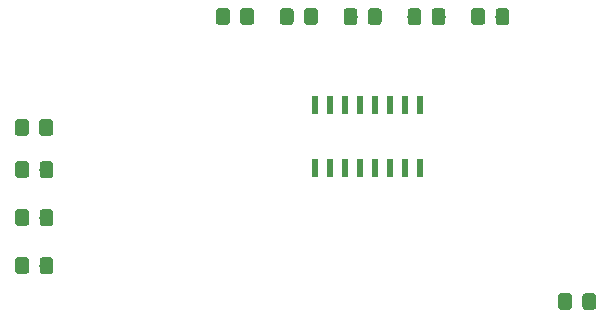
<source format=gbr>
G04 #@! TF.GenerationSoftware,KiCad,Pcbnew,(5.0.1-3-g963ef8bb5)*
G04 #@! TF.CreationDate,2019-04-05T16:02:28+08:00*
G04 #@! TF.ProjectId,cactus,6361637475732E6B696361645F706362,rev?*
G04 #@! TF.SameCoordinates,Original*
G04 #@! TF.FileFunction,Paste,Bot*
G04 #@! TF.FilePolarity,Positive*
%FSLAX46Y46*%
G04 Gerber Fmt 4.6, Leading zero omitted, Abs format (unit mm)*
G04 Created by KiCad (PCBNEW (5.0.1-3-g963ef8bb5)) date 2019 April 05, Friday 16:02:28*
%MOMM*%
%LPD*%
G01*
G04 APERTURE LIST*
%ADD10R,0.600000X1.500000*%
%ADD11C,0.100000*%
%ADD12C,1.150000*%
G04 APERTURE END LIST*
D10*
G04 #@! TO.C,U3*
X153797000Y-64356000D03*
X155067000Y-64356000D03*
X156337000Y-64356000D03*
X157607000Y-64356000D03*
X158877000Y-64356000D03*
X160147000Y-64356000D03*
X161417000Y-64356000D03*
X162687000Y-64356000D03*
X162687000Y-69756000D03*
X161417000Y-69756000D03*
X160147000Y-69756000D03*
X158877000Y-69756000D03*
X157607000Y-69756000D03*
X156337000Y-69756000D03*
X155067000Y-69756000D03*
X153797000Y-69756000D03*
G04 #@! TD*
D11*
G04 #@! TO.C,C1*
G36*
X131413505Y-65595204D02*
X131437773Y-65598804D01*
X131461572Y-65604765D01*
X131484671Y-65613030D01*
X131506850Y-65623520D01*
X131527893Y-65636132D01*
X131547599Y-65650747D01*
X131565777Y-65667223D01*
X131582253Y-65685401D01*
X131596868Y-65705107D01*
X131609480Y-65726150D01*
X131619970Y-65748329D01*
X131628235Y-65771428D01*
X131634196Y-65795227D01*
X131637796Y-65819495D01*
X131639000Y-65843999D01*
X131639000Y-66744001D01*
X131637796Y-66768505D01*
X131634196Y-66792773D01*
X131628235Y-66816572D01*
X131619970Y-66839671D01*
X131609480Y-66861850D01*
X131596868Y-66882893D01*
X131582253Y-66902599D01*
X131565777Y-66920777D01*
X131547599Y-66937253D01*
X131527893Y-66951868D01*
X131506850Y-66964480D01*
X131484671Y-66974970D01*
X131461572Y-66983235D01*
X131437773Y-66989196D01*
X131413505Y-66992796D01*
X131389001Y-66994000D01*
X130738999Y-66994000D01*
X130714495Y-66992796D01*
X130690227Y-66989196D01*
X130666428Y-66983235D01*
X130643329Y-66974970D01*
X130621150Y-66964480D01*
X130600107Y-66951868D01*
X130580401Y-66937253D01*
X130562223Y-66920777D01*
X130545747Y-66902599D01*
X130531132Y-66882893D01*
X130518520Y-66861850D01*
X130508030Y-66839671D01*
X130499765Y-66816572D01*
X130493804Y-66792773D01*
X130490204Y-66768505D01*
X130489000Y-66744001D01*
X130489000Y-65843999D01*
X130490204Y-65819495D01*
X130493804Y-65795227D01*
X130499765Y-65771428D01*
X130508030Y-65748329D01*
X130518520Y-65726150D01*
X130531132Y-65705107D01*
X130545747Y-65685401D01*
X130562223Y-65667223D01*
X130580401Y-65650747D01*
X130600107Y-65636132D01*
X130621150Y-65623520D01*
X130643329Y-65613030D01*
X130666428Y-65604765D01*
X130690227Y-65598804D01*
X130714495Y-65595204D01*
X130738999Y-65594000D01*
X131389001Y-65594000D01*
X131413505Y-65595204D01*
X131413505Y-65595204D01*
G37*
D12*
X131064000Y-66294000D03*
D11*
G36*
X129363505Y-65595204D02*
X129387773Y-65598804D01*
X129411572Y-65604765D01*
X129434671Y-65613030D01*
X129456850Y-65623520D01*
X129477893Y-65636132D01*
X129497599Y-65650747D01*
X129515777Y-65667223D01*
X129532253Y-65685401D01*
X129546868Y-65705107D01*
X129559480Y-65726150D01*
X129569970Y-65748329D01*
X129578235Y-65771428D01*
X129584196Y-65795227D01*
X129587796Y-65819495D01*
X129589000Y-65843999D01*
X129589000Y-66744001D01*
X129587796Y-66768505D01*
X129584196Y-66792773D01*
X129578235Y-66816572D01*
X129569970Y-66839671D01*
X129559480Y-66861850D01*
X129546868Y-66882893D01*
X129532253Y-66902599D01*
X129515777Y-66920777D01*
X129497599Y-66937253D01*
X129477893Y-66951868D01*
X129456850Y-66964480D01*
X129434671Y-66974970D01*
X129411572Y-66983235D01*
X129387773Y-66989196D01*
X129363505Y-66992796D01*
X129339001Y-66994000D01*
X128688999Y-66994000D01*
X128664495Y-66992796D01*
X128640227Y-66989196D01*
X128616428Y-66983235D01*
X128593329Y-66974970D01*
X128571150Y-66964480D01*
X128550107Y-66951868D01*
X128530401Y-66937253D01*
X128512223Y-66920777D01*
X128495747Y-66902599D01*
X128481132Y-66882893D01*
X128468520Y-66861850D01*
X128458030Y-66839671D01*
X128449765Y-66816572D01*
X128443804Y-66792773D01*
X128440204Y-66768505D01*
X128439000Y-66744001D01*
X128439000Y-65843999D01*
X128440204Y-65819495D01*
X128443804Y-65795227D01*
X128449765Y-65771428D01*
X128458030Y-65748329D01*
X128468520Y-65726150D01*
X128481132Y-65705107D01*
X128495747Y-65685401D01*
X128512223Y-65667223D01*
X128530401Y-65650747D01*
X128550107Y-65636132D01*
X128571150Y-65623520D01*
X128593329Y-65613030D01*
X128616428Y-65604765D01*
X128640227Y-65598804D01*
X128664495Y-65595204D01*
X128688999Y-65594000D01*
X129339001Y-65594000D01*
X129363505Y-65595204D01*
X129363505Y-65595204D01*
G37*
D12*
X129014000Y-66294000D03*
G04 #@! TD*
D11*
G04 #@! TO.C,R1*
G36*
X146381505Y-56197204D02*
X146405773Y-56200804D01*
X146429572Y-56206765D01*
X146452671Y-56215030D01*
X146474850Y-56225520D01*
X146495893Y-56238132D01*
X146515599Y-56252747D01*
X146533777Y-56269223D01*
X146550253Y-56287401D01*
X146564868Y-56307107D01*
X146577480Y-56328150D01*
X146587970Y-56350329D01*
X146596235Y-56373428D01*
X146602196Y-56397227D01*
X146605796Y-56421495D01*
X146607000Y-56445999D01*
X146607000Y-57346001D01*
X146605796Y-57370505D01*
X146602196Y-57394773D01*
X146596235Y-57418572D01*
X146587970Y-57441671D01*
X146577480Y-57463850D01*
X146564868Y-57484893D01*
X146550253Y-57504599D01*
X146533777Y-57522777D01*
X146515599Y-57539253D01*
X146495893Y-57553868D01*
X146474850Y-57566480D01*
X146452671Y-57576970D01*
X146429572Y-57585235D01*
X146405773Y-57591196D01*
X146381505Y-57594796D01*
X146357001Y-57596000D01*
X145706999Y-57596000D01*
X145682495Y-57594796D01*
X145658227Y-57591196D01*
X145634428Y-57585235D01*
X145611329Y-57576970D01*
X145589150Y-57566480D01*
X145568107Y-57553868D01*
X145548401Y-57539253D01*
X145530223Y-57522777D01*
X145513747Y-57504599D01*
X145499132Y-57484893D01*
X145486520Y-57463850D01*
X145476030Y-57441671D01*
X145467765Y-57418572D01*
X145461804Y-57394773D01*
X145458204Y-57370505D01*
X145457000Y-57346001D01*
X145457000Y-56445999D01*
X145458204Y-56421495D01*
X145461804Y-56397227D01*
X145467765Y-56373428D01*
X145476030Y-56350329D01*
X145486520Y-56328150D01*
X145499132Y-56307107D01*
X145513747Y-56287401D01*
X145530223Y-56269223D01*
X145548401Y-56252747D01*
X145568107Y-56238132D01*
X145589150Y-56225520D01*
X145611329Y-56215030D01*
X145634428Y-56206765D01*
X145658227Y-56200804D01*
X145682495Y-56197204D01*
X145706999Y-56196000D01*
X146357001Y-56196000D01*
X146381505Y-56197204D01*
X146381505Y-56197204D01*
G37*
D12*
X146032000Y-56896000D03*
D11*
G36*
X148431505Y-56197204D02*
X148455773Y-56200804D01*
X148479572Y-56206765D01*
X148502671Y-56215030D01*
X148524850Y-56225520D01*
X148545893Y-56238132D01*
X148565599Y-56252747D01*
X148583777Y-56269223D01*
X148600253Y-56287401D01*
X148614868Y-56307107D01*
X148627480Y-56328150D01*
X148637970Y-56350329D01*
X148646235Y-56373428D01*
X148652196Y-56397227D01*
X148655796Y-56421495D01*
X148657000Y-56445999D01*
X148657000Y-57346001D01*
X148655796Y-57370505D01*
X148652196Y-57394773D01*
X148646235Y-57418572D01*
X148637970Y-57441671D01*
X148627480Y-57463850D01*
X148614868Y-57484893D01*
X148600253Y-57504599D01*
X148583777Y-57522777D01*
X148565599Y-57539253D01*
X148545893Y-57553868D01*
X148524850Y-57566480D01*
X148502671Y-57576970D01*
X148479572Y-57585235D01*
X148455773Y-57591196D01*
X148431505Y-57594796D01*
X148407001Y-57596000D01*
X147756999Y-57596000D01*
X147732495Y-57594796D01*
X147708227Y-57591196D01*
X147684428Y-57585235D01*
X147661329Y-57576970D01*
X147639150Y-57566480D01*
X147618107Y-57553868D01*
X147598401Y-57539253D01*
X147580223Y-57522777D01*
X147563747Y-57504599D01*
X147549132Y-57484893D01*
X147536520Y-57463850D01*
X147526030Y-57441671D01*
X147517765Y-57418572D01*
X147511804Y-57394773D01*
X147508204Y-57370505D01*
X147507000Y-57346001D01*
X147507000Y-56445999D01*
X147508204Y-56421495D01*
X147511804Y-56397227D01*
X147517765Y-56373428D01*
X147526030Y-56350329D01*
X147536520Y-56328150D01*
X147549132Y-56307107D01*
X147563747Y-56287401D01*
X147580223Y-56269223D01*
X147598401Y-56252747D01*
X147618107Y-56238132D01*
X147639150Y-56225520D01*
X147661329Y-56215030D01*
X147684428Y-56206765D01*
X147708227Y-56200804D01*
X147732495Y-56197204D01*
X147756999Y-56196000D01*
X148407001Y-56196000D01*
X148431505Y-56197204D01*
X148431505Y-56197204D01*
G37*
D12*
X148082000Y-56896000D03*
G04 #@! TD*
D11*
G04 #@! TO.C,R2*
G36*
X153833505Y-56197204D02*
X153857773Y-56200804D01*
X153881572Y-56206765D01*
X153904671Y-56215030D01*
X153926850Y-56225520D01*
X153947893Y-56238132D01*
X153967599Y-56252747D01*
X153985777Y-56269223D01*
X154002253Y-56287401D01*
X154016868Y-56307107D01*
X154029480Y-56328150D01*
X154039970Y-56350329D01*
X154048235Y-56373428D01*
X154054196Y-56397227D01*
X154057796Y-56421495D01*
X154059000Y-56445999D01*
X154059000Y-57346001D01*
X154057796Y-57370505D01*
X154054196Y-57394773D01*
X154048235Y-57418572D01*
X154039970Y-57441671D01*
X154029480Y-57463850D01*
X154016868Y-57484893D01*
X154002253Y-57504599D01*
X153985777Y-57522777D01*
X153967599Y-57539253D01*
X153947893Y-57553868D01*
X153926850Y-57566480D01*
X153904671Y-57576970D01*
X153881572Y-57585235D01*
X153857773Y-57591196D01*
X153833505Y-57594796D01*
X153809001Y-57596000D01*
X153158999Y-57596000D01*
X153134495Y-57594796D01*
X153110227Y-57591196D01*
X153086428Y-57585235D01*
X153063329Y-57576970D01*
X153041150Y-57566480D01*
X153020107Y-57553868D01*
X153000401Y-57539253D01*
X152982223Y-57522777D01*
X152965747Y-57504599D01*
X152951132Y-57484893D01*
X152938520Y-57463850D01*
X152928030Y-57441671D01*
X152919765Y-57418572D01*
X152913804Y-57394773D01*
X152910204Y-57370505D01*
X152909000Y-57346001D01*
X152909000Y-56445999D01*
X152910204Y-56421495D01*
X152913804Y-56397227D01*
X152919765Y-56373428D01*
X152928030Y-56350329D01*
X152938520Y-56328150D01*
X152951132Y-56307107D01*
X152965747Y-56287401D01*
X152982223Y-56269223D01*
X153000401Y-56252747D01*
X153020107Y-56238132D01*
X153041150Y-56225520D01*
X153063329Y-56215030D01*
X153086428Y-56206765D01*
X153110227Y-56200804D01*
X153134495Y-56197204D01*
X153158999Y-56196000D01*
X153809001Y-56196000D01*
X153833505Y-56197204D01*
X153833505Y-56197204D01*
G37*
D12*
X153484000Y-56896000D03*
D11*
G36*
X151783505Y-56197204D02*
X151807773Y-56200804D01*
X151831572Y-56206765D01*
X151854671Y-56215030D01*
X151876850Y-56225520D01*
X151897893Y-56238132D01*
X151917599Y-56252747D01*
X151935777Y-56269223D01*
X151952253Y-56287401D01*
X151966868Y-56307107D01*
X151979480Y-56328150D01*
X151989970Y-56350329D01*
X151998235Y-56373428D01*
X152004196Y-56397227D01*
X152007796Y-56421495D01*
X152009000Y-56445999D01*
X152009000Y-57346001D01*
X152007796Y-57370505D01*
X152004196Y-57394773D01*
X151998235Y-57418572D01*
X151989970Y-57441671D01*
X151979480Y-57463850D01*
X151966868Y-57484893D01*
X151952253Y-57504599D01*
X151935777Y-57522777D01*
X151917599Y-57539253D01*
X151897893Y-57553868D01*
X151876850Y-57566480D01*
X151854671Y-57576970D01*
X151831572Y-57585235D01*
X151807773Y-57591196D01*
X151783505Y-57594796D01*
X151759001Y-57596000D01*
X151108999Y-57596000D01*
X151084495Y-57594796D01*
X151060227Y-57591196D01*
X151036428Y-57585235D01*
X151013329Y-57576970D01*
X150991150Y-57566480D01*
X150970107Y-57553868D01*
X150950401Y-57539253D01*
X150932223Y-57522777D01*
X150915747Y-57504599D01*
X150901132Y-57484893D01*
X150888520Y-57463850D01*
X150878030Y-57441671D01*
X150869765Y-57418572D01*
X150863804Y-57394773D01*
X150860204Y-57370505D01*
X150859000Y-57346001D01*
X150859000Y-56445999D01*
X150860204Y-56421495D01*
X150863804Y-56397227D01*
X150869765Y-56373428D01*
X150878030Y-56350329D01*
X150888520Y-56328150D01*
X150901132Y-56307107D01*
X150915747Y-56287401D01*
X150932223Y-56269223D01*
X150950401Y-56252747D01*
X150970107Y-56238132D01*
X150991150Y-56225520D01*
X151013329Y-56215030D01*
X151036428Y-56206765D01*
X151060227Y-56200804D01*
X151084495Y-56197204D01*
X151108999Y-56196000D01*
X151759001Y-56196000D01*
X151783505Y-56197204D01*
X151783505Y-56197204D01*
G37*
D12*
X151434000Y-56896000D03*
G04 #@! TD*
D11*
G04 #@! TO.C,R3*
G36*
X157185505Y-56197204D02*
X157209773Y-56200804D01*
X157233572Y-56206765D01*
X157256671Y-56215030D01*
X157278850Y-56225520D01*
X157299893Y-56238132D01*
X157319599Y-56252747D01*
X157337777Y-56269223D01*
X157354253Y-56287401D01*
X157368868Y-56307107D01*
X157381480Y-56328150D01*
X157391970Y-56350329D01*
X157400235Y-56373428D01*
X157406196Y-56397227D01*
X157409796Y-56421495D01*
X157411000Y-56445999D01*
X157411000Y-57346001D01*
X157409796Y-57370505D01*
X157406196Y-57394773D01*
X157400235Y-57418572D01*
X157391970Y-57441671D01*
X157381480Y-57463850D01*
X157368868Y-57484893D01*
X157354253Y-57504599D01*
X157337777Y-57522777D01*
X157319599Y-57539253D01*
X157299893Y-57553868D01*
X157278850Y-57566480D01*
X157256671Y-57576970D01*
X157233572Y-57585235D01*
X157209773Y-57591196D01*
X157185505Y-57594796D01*
X157161001Y-57596000D01*
X156510999Y-57596000D01*
X156486495Y-57594796D01*
X156462227Y-57591196D01*
X156438428Y-57585235D01*
X156415329Y-57576970D01*
X156393150Y-57566480D01*
X156372107Y-57553868D01*
X156352401Y-57539253D01*
X156334223Y-57522777D01*
X156317747Y-57504599D01*
X156303132Y-57484893D01*
X156290520Y-57463850D01*
X156280030Y-57441671D01*
X156271765Y-57418572D01*
X156265804Y-57394773D01*
X156262204Y-57370505D01*
X156261000Y-57346001D01*
X156261000Y-56445999D01*
X156262204Y-56421495D01*
X156265804Y-56397227D01*
X156271765Y-56373428D01*
X156280030Y-56350329D01*
X156290520Y-56328150D01*
X156303132Y-56307107D01*
X156317747Y-56287401D01*
X156334223Y-56269223D01*
X156352401Y-56252747D01*
X156372107Y-56238132D01*
X156393150Y-56225520D01*
X156415329Y-56215030D01*
X156438428Y-56206765D01*
X156462227Y-56200804D01*
X156486495Y-56197204D01*
X156510999Y-56196000D01*
X157161001Y-56196000D01*
X157185505Y-56197204D01*
X157185505Y-56197204D01*
G37*
D12*
X156836000Y-56896000D03*
D11*
G36*
X159235505Y-56197204D02*
X159259773Y-56200804D01*
X159283572Y-56206765D01*
X159306671Y-56215030D01*
X159328850Y-56225520D01*
X159349893Y-56238132D01*
X159369599Y-56252747D01*
X159387777Y-56269223D01*
X159404253Y-56287401D01*
X159418868Y-56307107D01*
X159431480Y-56328150D01*
X159441970Y-56350329D01*
X159450235Y-56373428D01*
X159456196Y-56397227D01*
X159459796Y-56421495D01*
X159461000Y-56445999D01*
X159461000Y-57346001D01*
X159459796Y-57370505D01*
X159456196Y-57394773D01*
X159450235Y-57418572D01*
X159441970Y-57441671D01*
X159431480Y-57463850D01*
X159418868Y-57484893D01*
X159404253Y-57504599D01*
X159387777Y-57522777D01*
X159369599Y-57539253D01*
X159349893Y-57553868D01*
X159328850Y-57566480D01*
X159306671Y-57576970D01*
X159283572Y-57585235D01*
X159259773Y-57591196D01*
X159235505Y-57594796D01*
X159211001Y-57596000D01*
X158560999Y-57596000D01*
X158536495Y-57594796D01*
X158512227Y-57591196D01*
X158488428Y-57585235D01*
X158465329Y-57576970D01*
X158443150Y-57566480D01*
X158422107Y-57553868D01*
X158402401Y-57539253D01*
X158384223Y-57522777D01*
X158367747Y-57504599D01*
X158353132Y-57484893D01*
X158340520Y-57463850D01*
X158330030Y-57441671D01*
X158321765Y-57418572D01*
X158315804Y-57394773D01*
X158312204Y-57370505D01*
X158311000Y-57346001D01*
X158311000Y-56445999D01*
X158312204Y-56421495D01*
X158315804Y-56397227D01*
X158321765Y-56373428D01*
X158330030Y-56350329D01*
X158340520Y-56328150D01*
X158353132Y-56307107D01*
X158367747Y-56287401D01*
X158384223Y-56269223D01*
X158402401Y-56252747D01*
X158422107Y-56238132D01*
X158443150Y-56225520D01*
X158465329Y-56215030D01*
X158488428Y-56206765D01*
X158512227Y-56200804D01*
X158536495Y-56197204D01*
X158560999Y-56196000D01*
X159211001Y-56196000D01*
X159235505Y-56197204D01*
X159235505Y-56197204D01*
G37*
D12*
X158886000Y-56896000D03*
G04 #@! TD*
D11*
G04 #@! TO.C,R4*
G36*
X164637505Y-56197204D02*
X164661773Y-56200804D01*
X164685572Y-56206765D01*
X164708671Y-56215030D01*
X164730850Y-56225520D01*
X164751893Y-56238132D01*
X164771599Y-56252747D01*
X164789777Y-56269223D01*
X164806253Y-56287401D01*
X164820868Y-56307107D01*
X164833480Y-56328150D01*
X164843970Y-56350329D01*
X164852235Y-56373428D01*
X164858196Y-56397227D01*
X164861796Y-56421495D01*
X164863000Y-56445999D01*
X164863000Y-57346001D01*
X164861796Y-57370505D01*
X164858196Y-57394773D01*
X164852235Y-57418572D01*
X164843970Y-57441671D01*
X164833480Y-57463850D01*
X164820868Y-57484893D01*
X164806253Y-57504599D01*
X164789777Y-57522777D01*
X164771599Y-57539253D01*
X164751893Y-57553868D01*
X164730850Y-57566480D01*
X164708671Y-57576970D01*
X164685572Y-57585235D01*
X164661773Y-57591196D01*
X164637505Y-57594796D01*
X164613001Y-57596000D01*
X163962999Y-57596000D01*
X163938495Y-57594796D01*
X163914227Y-57591196D01*
X163890428Y-57585235D01*
X163867329Y-57576970D01*
X163845150Y-57566480D01*
X163824107Y-57553868D01*
X163804401Y-57539253D01*
X163786223Y-57522777D01*
X163769747Y-57504599D01*
X163755132Y-57484893D01*
X163742520Y-57463850D01*
X163732030Y-57441671D01*
X163723765Y-57418572D01*
X163717804Y-57394773D01*
X163714204Y-57370505D01*
X163713000Y-57346001D01*
X163713000Y-56445999D01*
X163714204Y-56421495D01*
X163717804Y-56397227D01*
X163723765Y-56373428D01*
X163732030Y-56350329D01*
X163742520Y-56328150D01*
X163755132Y-56307107D01*
X163769747Y-56287401D01*
X163786223Y-56269223D01*
X163804401Y-56252747D01*
X163824107Y-56238132D01*
X163845150Y-56225520D01*
X163867329Y-56215030D01*
X163890428Y-56206765D01*
X163914227Y-56200804D01*
X163938495Y-56197204D01*
X163962999Y-56196000D01*
X164613001Y-56196000D01*
X164637505Y-56197204D01*
X164637505Y-56197204D01*
G37*
D12*
X164288000Y-56896000D03*
D11*
G36*
X162587505Y-56197204D02*
X162611773Y-56200804D01*
X162635572Y-56206765D01*
X162658671Y-56215030D01*
X162680850Y-56225520D01*
X162701893Y-56238132D01*
X162721599Y-56252747D01*
X162739777Y-56269223D01*
X162756253Y-56287401D01*
X162770868Y-56307107D01*
X162783480Y-56328150D01*
X162793970Y-56350329D01*
X162802235Y-56373428D01*
X162808196Y-56397227D01*
X162811796Y-56421495D01*
X162813000Y-56445999D01*
X162813000Y-57346001D01*
X162811796Y-57370505D01*
X162808196Y-57394773D01*
X162802235Y-57418572D01*
X162793970Y-57441671D01*
X162783480Y-57463850D01*
X162770868Y-57484893D01*
X162756253Y-57504599D01*
X162739777Y-57522777D01*
X162721599Y-57539253D01*
X162701893Y-57553868D01*
X162680850Y-57566480D01*
X162658671Y-57576970D01*
X162635572Y-57585235D01*
X162611773Y-57591196D01*
X162587505Y-57594796D01*
X162563001Y-57596000D01*
X161912999Y-57596000D01*
X161888495Y-57594796D01*
X161864227Y-57591196D01*
X161840428Y-57585235D01*
X161817329Y-57576970D01*
X161795150Y-57566480D01*
X161774107Y-57553868D01*
X161754401Y-57539253D01*
X161736223Y-57522777D01*
X161719747Y-57504599D01*
X161705132Y-57484893D01*
X161692520Y-57463850D01*
X161682030Y-57441671D01*
X161673765Y-57418572D01*
X161667804Y-57394773D01*
X161664204Y-57370505D01*
X161663000Y-57346001D01*
X161663000Y-56445999D01*
X161664204Y-56421495D01*
X161667804Y-56397227D01*
X161673765Y-56373428D01*
X161682030Y-56350329D01*
X161692520Y-56328150D01*
X161705132Y-56307107D01*
X161719747Y-56287401D01*
X161736223Y-56269223D01*
X161754401Y-56252747D01*
X161774107Y-56238132D01*
X161795150Y-56225520D01*
X161817329Y-56215030D01*
X161840428Y-56206765D01*
X161864227Y-56200804D01*
X161888495Y-56197204D01*
X161912999Y-56196000D01*
X162563001Y-56196000D01*
X162587505Y-56197204D01*
X162587505Y-56197204D01*
G37*
D12*
X162238000Y-56896000D03*
G04 #@! TD*
D11*
G04 #@! TO.C,R5*
G36*
X167989505Y-56197204D02*
X168013773Y-56200804D01*
X168037572Y-56206765D01*
X168060671Y-56215030D01*
X168082850Y-56225520D01*
X168103893Y-56238132D01*
X168123599Y-56252747D01*
X168141777Y-56269223D01*
X168158253Y-56287401D01*
X168172868Y-56307107D01*
X168185480Y-56328150D01*
X168195970Y-56350329D01*
X168204235Y-56373428D01*
X168210196Y-56397227D01*
X168213796Y-56421495D01*
X168215000Y-56445999D01*
X168215000Y-57346001D01*
X168213796Y-57370505D01*
X168210196Y-57394773D01*
X168204235Y-57418572D01*
X168195970Y-57441671D01*
X168185480Y-57463850D01*
X168172868Y-57484893D01*
X168158253Y-57504599D01*
X168141777Y-57522777D01*
X168123599Y-57539253D01*
X168103893Y-57553868D01*
X168082850Y-57566480D01*
X168060671Y-57576970D01*
X168037572Y-57585235D01*
X168013773Y-57591196D01*
X167989505Y-57594796D01*
X167965001Y-57596000D01*
X167314999Y-57596000D01*
X167290495Y-57594796D01*
X167266227Y-57591196D01*
X167242428Y-57585235D01*
X167219329Y-57576970D01*
X167197150Y-57566480D01*
X167176107Y-57553868D01*
X167156401Y-57539253D01*
X167138223Y-57522777D01*
X167121747Y-57504599D01*
X167107132Y-57484893D01*
X167094520Y-57463850D01*
X167084030Y-57441671D01*
X167075765Y-57418572D01*
X167069804Y-57394773D01*
X167066204Y-57370505D01*
X167065000Y-57346001D01*
X167065000Y-56445999D01*
X167066204Y-56421495D01*
X167069804Y-56397227D01*
X167075765Y-56373428D01*
X167084030Y-56350329D01*
X167094520Y-56328150D01*
X167107132Y-56307107D01*
X167121747Y-56287401D01*
X167138223Y-56269223D01*
X167156401Y-56252747D01*
X167176107Y-56238132D01*
X167197150Y-56225520D01*
X167219329Y-56215030D01*
X167242428Y-56206765D01*
X167266227Y-56200804D01*
X167290495Y-56197204D01*
X167314999Y-56196000D01*
X167965001Y-56196000D01*
X167989505Y-56197204D01*
X167989505Y-56197204D01*
G37*
D12*
X167640000Y-56896000D03*
D11*
G36*
X170039505Y-56197204D02*
X170063773Y-56200804D01*
X170087572Y-56206765D01*
X170110671Y-56215030D01*
X170132850Y-56225520D01*
X170153893Y-56238132D01*
X170173599Y-56252747D01*
X170191777Y-56269223D01*
X170208253Y-56287401D01*
X170222868Y-56307107D01*
X170235480Y-56328150D01*
X170245970Y-56350329D01*
X170254235Y-56373428D01*
X170260196Y-56397227D01*
X170263796Y-56421495D01*
X170265000Y-56445999D01*
X170265000Y-57346001D01*
X170263796Y-57370505D01*
X170260196Y-57394773D01*
X170254235Y-57418572D01*
X170245970Y-57441671D01*
X170235480Y-57463850D01*
X170222868Y-57484893D01*
X170208253Y-57504599D01*
X170191777Y-57522777D01*
X170173599Y-57539253D01*
X170153893Y-57553868D01*
X170132850Y-57566480D01*
X170110671Y-57576970D01*
X170087572Y-57585235D01*
X170063773Y-57591196D01*
X170039505Y-57594796D01*
X170015001Y-57596000D01*
X169364999Y-57596000D01*
X169340495Y-57594796D01*
X169316227Y-57591196D01*
X169292428Y-57585235D01*
X169269329Y-57576970D01*
X169247150Y-57566480D01*
X169226107Y-57553868D01*
X169206401Y-57539253D01*
X169188223Y-57522777D01*
X169171747Y-57504599D01*
X169157132Y-57484893D01*
X169144520Y-57463850D01*
X169134030Y-57441671D01*
X169125765Y-57418572D01*
X169119804Y-57394773D01*
X169116204Y-57370505D01*
X169115000Y-57346001D01*
X169115000Y-56445999D01*
X169116204Y-56421495D01*
X169119804Y-56397227D01*
X169125765Y-56373428D01*
X169134030Y-56350329D01*
X169144520Y-56328150D01*
X169157132Y-56307107D01*
X169171747Y-56287401D01*
X169188223Y-56269223D01*
X169206401Y-56252747D01*
X169226107Y-56238132D01*
X169247150Y-56225520D01*
X169269329Y-56215030D01*
X169292428Y-56206765D01*
X169316227Y-56200804D01*
X169340495Y-56197204D01*
X169364999Y-56196000D01*
X170015001Y-56196000D01*
X170039505Y-56197204D01*
X170039505Y-56197204D01*
G37*
D12*
X169690000Y-56896000D03*
G04 #@! TD*
D11*
G04 #@! TO.C,R6*
G36*
X131431505Y-69151204D02*
X131455773Y-69154804D01*
X131479572Y-69160765D01*
X131502671Y-69169030D01*
X131524850Y-69179520D01*
X131545893Y-69192132D01*
X131565599Y-69206747D01*
X131583777Y-69223223D01*
X131600253Y-69241401D01*
X131614868Y-69261107D01*
X131627480Y-69282150D01*
X131637970Y-69304329D01*
X131646235Y-69327428D01*
X131652196Y-69351227D01*
X131655796Y-69375495D01*
X131657000Y-69399999D01*
X131657000Y-70300001D01*
X131655796Y-70324505D01*
X131652196Y-70348773D01*
X131646235Y-70372572D01*
X131637970Y-70395671D01*
X131627480Y-70417850D01*
X131614868Y-70438893D01*
X131600253Y-70458599D01*
X131583777Y-70476777D01*
X131565599Y-70493253D01*
X131545893Y-70507868D01*
X131524850Y-70520480D01*
X131502671Y-70530970D01*
X131479572Y-70539235D01*
X131455773Y-70545196D01*
X131431505Y-70548796D01*
X131407001Y-70550000D01*
X130756999Y-70550000D01*
X130732495Y-70548796D01*
X130708227Y-70545196D01*
X130684428Y-70539235D01*
X130661329Y-70530970D01*
X130639150Y-70520480D01*
X130618107Y-70507868D01*
X130598401Y-70493253D01*
X130580223Y-70476777D01*
X130563747Y-70458599D01*
X130549132Y-70438893D01*
X130536520Y-70417850D01*
X130526030Y-70395671D01*
X130517765Y-70372572D01*
X130511804Y-70348773D01*
X130508204Y-70324505D01*
X130507000Y-70300001D01*
X130507000Y-69399999D01*
X130508204Y-69375495D01*
X130511804Y-69351227D01*
X130517765Y-69327428D01*
X130526030Y-69304329D01*
X130536520Y-69282150D01*
X130549132Y-69261107D01*
X130563747Y-69241401D01*
X130580223Y-69223223D01*
X130598401Y-69206747D01*
X130618107Y-69192132D01*
X130639150Y-69179520D01*
X130661329Y-69169030D01*
X130684428Y-69160765D01*
X130708227Y-69154804D01*
X130732495Y-69151204D01*
X130756999Y-69150000D01*
X131407001Y-69150000D01*
X131431505Y-69151204D01*
X131431505Y-69151204D01*
G37*
D12*
X131082000Y-69850000D03*
D11*
G36*
X129381505Y-69151204D02*
X129405773Y-69154804D01*
X129429572Y-69160765D01*
X129452671Y-69169030D01*
X129474850Y-69179520D01*
X129495893Y-69192132D01*
X129515599Y-69206747D01*
X129533777Y-69223223D01*
X129550253Y-69241401D01*
X129564868Y-69261107D01*
X129577480Y-69282150D01*
X129587970Y-69304329D01*
X129596235Y-69327428D01*
X129602196Y-69351227D01*
X129605796Y-69375495D01*
X129607000Y-69399999D01*
X129607000Y-70300001D01*
X129605796Y-70324505D01*
X129602196Y-70348773D01*
X129596235Y-70372572D01*
X129587970Y-70395671D01*
X129577480Y-70417850D01*
X129564868Y-70438893D01*
X129550253Y-70458599D01*
X129533777Y-70476777D01*
X129515599Y-70493253D01*
X129495893Y-70507868D01*
X129474850Y-70520480D01*
X129452671Y-70530970D01*
X129429572Y-70539235D01*
X129405773Y-70545196D01*
X129381505Y-70548796D01*
X129357001Y-70550000D01*
X128706999Y-70550000D01*
X128682495Y-70548796D01*
X128658227Y-70545196D01*
X128634428Y-70539235D01*
X128611329Y-70530970D01*
X128589150Y-70520480D01*
X128568107Y-70507868D01*
X128548401Y-70493253D01*
X128530223Y-70476777D01*
X128513747Y-70458599D01*
X128499132Y-70438893D01*
X128486520Y-70417850D01*
X128476030Y-70395671D01*
X128467765Y-70372572D01*
X128461804Y-70348773D01*
X128458204Y-70324505D01*
X128457000Y-70300001D01*
X128457000Y-69399999D01*
X128458204Y-69375495D01*
X128461804Y-69351227D01*
X128467765Y-69327428D01*
X128476030Y-69304329D01*
X128486520Y-69282150D01*
X128499132Y-69261107D01*
X128513747Y-69241401D01*
X128530223Y-69223223D01*
X128548401Y-69206747D01*
X128568107Y-69192132D01*
X128589150Y-69179520D01*
X128611329Y-69169030D01*
X128634428Y-69160765D01*
X128658227Y-69154804D01*
X128682495Y-69151204D01*
X128706999Y-69150000D01*
X129357001Y-69150000D01*
X129381505Y-69151204D01*
X129381505Y-69151204D01*
G37*
D12*
X129032000Y-69850000D03*
G04 #@! TD*
D11*
G04 #@! TO.C,R7*
G36*
X129381505Y-73215204D02*
X129405773Y-73218804D01*
X129429572Y-73224765D01*
X129452671Y-73233030D01*
X129474850Y-73243520D01*
X129495893Y-73256132D01*
X129515599Y-73270747D01*
X129533777Y-73287223D01*
X129550253Y-73305401D01*
X129564868Y-73325107D01*
X129577480Y-73346150D01*
X129587970Y-73368329D01*
X129596235Y-73391428D01*
X129602196Y-73415227D01*
X129605796Y-73439495D01*
X129607000Y-73463999D01*
X129607000Y-74364001D01*
X129605796Y-74388505D01*
X129602196Y-74412773D01*
X129596235Y-74436572D01*
X129587970Y-74459671D01*
X129577480Y-74481850D01*
X129564868Y-74502893D01*
X129550253Y-74522599D01*
X129533777Y-74540777D01*
X129515599Y-74557253D01*
X129495893Y-74571868D01*
X129474850Y-74584480D01*
X129452671Y-74594970D01*
X129429572Y-74603235D01*
X129405773Y-74609196D01*
X129381505Y-74612796D01*
X129357001Y-74614000D01*
X128706999Y-74614000D01*
X128682495Y-74612796D01*
X128658227Y-74609196D01*
X128634428Y-74603235D01*
X128611329Y-74594970D01*
X128589150Y-74584480D01*
X128568107Y-74571868D01*
X128548401Y-74557253D01*
X128530223Y-74540777D01*
X128513747Y-74522599D01*
X128499132Y-74502893D01*
X128486520Y-74481850D01*
X128476030Y-74459671D01*
X128467765Y-74436572D01*
X128461804Y-74412773D01*
X128458204Y-74388505D01*
X128457000Y-74364001D01*
X128457000Y-73463999D01*
X128458204Y-73439495D01*
X128461804Y-73415227D01*
X128467765Y-73391428D01*
X128476030Y-73368329D01*
X128486520Y-73346150D01*
X128499132Y-73325107D01*
X128513747Y-73305401D01*
X128530223Y-73287223D01*
X128548401Y-73270747D01*
X128568107Y-73256132D01*
X128589150Y-73243520D01*
X128611329Y-73233030D01*
X128634428Y-73224765D01*
X128658227Y-73218804D01*
X128682495Y-73215204D01*
X128706999Y-73214000D01*
X129357001Y-73214000D01*
X129381505Y-73215204D01*
X129381505Y-73215204D01*
G37*
D12*
X129032000Y-73914000D03*
D11*
G36*
X131431505Y-73215204D02*
X131455773Y-73218804D01*
X131479572Y-73224765D01*
X131502671Y-73233030D01*
X131524850Y-73243520D01*
X131545893Y-73256132D01*
X131565599Y-73270747D01*
X131583777Y-73287223D01*
X131600253Y-73305401D01*
X131614868Y-73325107D01*
X131627480Y-73346150D01*
X131637970Y-73368329D01*
X131646235Y-73391428D01*
X131652196Y-73415227D01*
X131655796Y-73439495D01*
X131657000Y-73463999D01*
X131657000Y-74364001D01*
X131655796Y-74388505D01*
X131652196Y-74412773D01*
X131646235Y-74436572D01*
X131637970Y-74459671D01*
X131627480Y-74481850D01*
X131614868Y-74502893D01*
X131600253Y-74522599D01*
X131583777Y-74540777D01*
X131565599Y-74557253D01*
X131545893Y-74571868D01*
X131524850Y-74584480D01*
X131502671Y-74594970D01*
X131479572Y-74603235D01*
X131455773Y-74609196D01*
X131431505Y-74612796D01*
X131407001Y-74614000D01*
X130756999Y-74614000D01*
X130732495Y-74612796D01*
X130708227Y-74609196D01*
X130684428Y-74603235D01*
X130661329Y-74594970D01*
X130639150Y-74584480D01*
X130618107Y-74571868D01*
X130598401Y-74557253D01*
X130580223Y-74540777D01*
X130563747Y-74522599D01*
X130549132Y-74502893D01*
X130536520Y-74481850D01*
X130526030Y-74459671D01*
X130517765Y-74436572D01*
X130511804Y-74412773D01*
X130508204Y-74388505D01*
X130507000Y-74364001D01*
X130507000Y-73463999D01*
X130508204Y-73439495D01*
X130511804Y-73415227D01*
X130517765Y-73391428D01*
X130526030Y-73368329D01*
X130536520Y-73346150D01*
X130549132Y-73325107D01*
X130563747Y-73305401D01*
X130580223Y-73287223D01*
X130598401Y-73270747D01*
X130618107Y-73256132D01*
X130639150Y-73243520D01*
X130661329Y-73233030D01*
X130684428Y-73224765D01*
X130708227Y-73218804D01*
X130732495Y-73215204D01*
X130756999Y-73214000D01*
X131407001Y-73214000D01*
X131431505Y-73215204D01*
X131431505Y-73215204D01*
G37*
D12*
X131082000Y-73914000D03*
G04 #@! TD*
D11*
G04 #@! TO.C,R8*
G36*
X131431505Y-77279204D02*
X131455773Y-77282804D01*
X131479572Y-77288765D01*
X131502671Y-77297030D01*
X131524850Y-77307520D01*
X131545893Y-77320132D01*
X131565599Y-77334747D01*
X131583777Y-77351223D01*
X131600253Y-77369401D01*
X131614868Y-77389107D01*
X131627480Y-77410150D01*
X131637970Y-77432329D01*
X131646235Y-77455428D01*
X131652196Y-77479227D01*
X131655796Y-77503495D01*
X131657000Y-77527999D01*
X131657000Y-78428001D01*
X131655796Y-78452505D01*
X131652196Y-78476773D01*
X131646235Y-78500572D01*
X131637970Y-78523671D01*
X131627480Y-78545850D01*
X131614868Y-78566893D01*
X131600253Y-78586599D01*
X131583777Y-78604777D01*
X131565599Y-78621253D01*
X131545893Y-78635868D01*
X131524850Y-78648480D01*
X131502671Y-78658970D01*
X131479572Y-78667235D01*
X131455773Y-78673196D01*
X131431505Y-78676796D01*
X131407001Y-78678000D01*
X130756999Y-78678000D01*
X130732495Y-78676796D01*
X130708227Y-78673196D01*
X130684428Y-78667235D01*
X130661329Y-78658970D01*
X130639150Y-78648480D01*
X130618107Y-78635868D01*
X130598401Y-78621253D01*
X130580223Y-78604777D01*
X130563747Y-78586599D01*
X130549132Y-78566893D01*
X130536520Y-78545850D01*
X130526030Y-78523671D01*
X130517765Y-78500572D01*
X130511804Y-78476773D01*
X130508204Y-78452505D01*
X130507000Y-78428001D01*
X130507000Y-77527999D01*
X130508204Y-77503495D01*
X130511804Y-77479227D01*
X130517765Y-77455428D01*
X130526030Y-77432329D01*
X130536520Y-77410150D01*
X130549132Y-77389107D01*
X130563747Y-77369401D01*
X130580223Y-77351223D01*
X130598401Y-77334747D01*
X130618107Y-77320132D01*
X130639150Y-77307520D01*
X130661329Y-77297030D01*
X130684428Y-77288765D01*
X130708227Y-77282804D01*
X130732495Y-77279204D01*
X130756999Y-77278000D01*
X131407001Y-77278000D01*
X131431505Y-77279204D01*
X131431505Y-77279204D01*
G37*
D12*
X131082000Y-77978000D03*
D11*
G36*
X129381505Y-77279204D02*
X129405773Y-77282804D01*
X129429572Y-77288765D01*
X129452671Y-77297030D01*
X129474850Y-77307520D01*
X129495893Y-77320132D01*
X129515599Y-77334747D01*
X129533777Y-77351223D01*
X129550253Y-77369401D01*
X129564868Y-77389107D01*
X129577480Y-77410150D01*
X129587970Y-77432329D01*
X129596235Y-77455428D01*
X129602196Y-77479227D01*
X129605796Y-77503495D01*
X129607000Y-77527999D01*
X129607000Y-78428001D01*
X129605796Y-78452505D01*
X129602196Y-78476773D01*
X129596235Y-78500572D01*
X129587970Y-78523671D01*
X129577480Y-78545850D01*
X129564868Y-78566893D01*
X129550253Y-78586599D01*
X129533777Y-78604777D01*
X129515599Y-78621253D01*
X129495893Y-78635868D01*
X129474850Y-78648480D01*
X129452671Y-78658970D01*
X129429572Y-78667235D01*
X129405773Y-78673196D01*
X129381505Y-78676796D01*
X129357001Y-78678000D01*
X128706999Y-78678000D01*
X128682495Y-78676796D01*
X128658227Y-78673196D01*
X128634428Y-78667235D01*
X128611329Y-78658970D01*
X128589150Y-78648480D01*
X128568107Y-78635868D01*
X128548401Y-78621253D01*
X128530223Y-78604777D01*
X128513747Y-78586599D01*
X128499132Y-78566893D01*
X128486520Y-78545850D01*
X128476030Y-78523671D01*
X128467765Y-78500572D01*
X128461804Y-78476773D01*
X128458204Y-78452505D01*
X128457000Y-78428001D01*
X128457000Y-77527999D01*
X128458204Y-77503495D01*
X128461804Y-77479227D01*
X128467765Y-77455428D01*
X128476030Y-77432329D01*
X128486520Y-77410150D01*
X128499132Y-77389107D01*
X128513747Y-77369401D01*
X128530223Y-77351223D01*
X128548401Y-77334747D01*
X128568107Y-77320132D01*
X128589150Y-77307520D01*
X128611329Y-77297030D01*
X128634428Y-77288765D01*
X128658227Y-77282804D01*
X128682495Y-77279204D01*
X128706999Y-77278000D01*
X129357001Y-77278000D01*
X129381505Y-77279204D01*
X129381505Y-77279204D01*
G37*
D12*
X129032000Y-77978000D03*
G04 #@! TD*
D11*
G04 #@! TO.C,R9*
G36*
X175346505Y-80327204D02*
X175370773Y-80330804D01*
X175394572Y-80336765D01*
X175417671Y-80345030D01*
X175439850Y-80355520D01*
X175460893Y-80368132D01*
X175480599Y-80382747D01*
X175498777Y-80399223D01*
X175515253Y-80417401D01*
X175529868Y-80437107D01*
X175542480Y-80458150D01*
X175552970Y-80480329D01*
X175561235Y-80503428D01*
X175567196Y-80527227D01*
X175570796Y-80551495D01*
X175572000Y-80575999D01*
X175572000Y-81476001D01*
X175570796Y-81500505D01*
X175567196Y-81524773D01*
X175561235Y-81548572D01*
X175552970Y-81571671D01*
X175542480Y-81593850D01*
X175529868Y-81614893D01*
X175515253Y-81634599D01*
X175498777Y-81652777D01*
X175480599Y-81669253D01*
X175460893Y-81683868D01*
X175439850Y-81696480D01*
X175417671Y-81706970D01*
X175394572Y-81715235D01*
X175370773Y-81721196D01*
X175346505Y-81724796D01*
X175322001Y-81726000D01*
X174671999Y-81726000D01*
X174647495Y-81724796D01*
X174623227Y-81721196D01*
X174599428Y-81715235D01*
X174576329Y-81706970D01*
X174554150Y-81696480D01*
X174533107Y-81683868D01*
X174513401Y-81669253D01*
X174495223Y-81652777D01*
X174478747Y-81634599D01*
X174464132Y-81614893D01*
X174451520Y-81593850D01*
X174441030Y-81571671D01*
X174432765Y-81548572D01*
X174426804Y-81524773D01*
X174423204Y-81500505D01*
X174422000Y-81476001D01*
X174422000Y-80575999D01*
X174423204Y-80551495D01*
X174426804Y-80527227D01*
X174432765Y-80503428D01*
X174441030Y-80480329D01*
X174451520Y-80458150D01*
X174464132Y-80437107D01*
X174478747Y-80417401D01*
X174495223Y-80399223D01*
X174513401Y-80382747D01*
X174533107Y-80368132D01*
X174554150Y-80355520D01*
X174576329Y-80345030D01*
X174599428Y-80336765D01*
X174623227Y-80330804D01*
X174647495Y-80327204D01*
X174671999Y-80326000D01*
X175322001Y-80326000D01*
X175346505Y-80327204D01*
X175346505Y-80327204D01*
G37*
D12*
X174997000Y-81026000D03*
D11*
G36*
X177396505Y-80327204D02*
X177420773Y-80330804D01*
X177444572Y-80336765D01*
X177467671Y-80345030D01*
X177489850Y-80355520D01*
X177510893Y-80368132D01*
X177530599Y-80382747D01*
X177548777Y-80399223D01*
X177565253Y-80417401D01*
X177579868Y-80437107D01*
X177592480Y-80458150D01*
X177602970Y-80480329D01*
X177611235Y-80503428D01*
X177617196Y-80527227D01*
X177620796Y-80551495D01*
X177622000Y-80575999D01*
X177622000Y-81476001D01*
X177620796Y-81500505D01*
X177617196Y-81524773D01*
X177611235Y-81548572D01*
X177602970Y-81571671D01*
X177592480Y-81593850D01*
X177579868Y-81614893D01*
X177565253Y-81634599D01*
X177548777Y-81652777D01*
X177530599Y-81669253D01*
X177510893Y-81683868D01*
X177489850Y-81696480D01*
X177467671Y-81706970D01*
X177444572Y-81715235D01*
X177420773Y-81721196D01*
X177396505Y-81724796D01*
X177372001Y-81726000D01*
X176721999Y-81726000D01*
X176697495Y-81724796D01*
X176673227Y-81721196D01*
X176649428Y-81715235D01*
X176626329Y-81706970D01*
X176604150Y-81696480D01*
X176583107Y-81683868D01*
X176563401Y-81669253D01*
X176545223Y-81652777D01*
X176528747Y-81634599D01*
X176514132Y-81614893D01*
X176501520Y-81593850D01*
X176491030Y-81571671D01*
X176482765Y-81548572D01*
X176476804Y-81524773D01*
X176473204Y-81500505D01*
X176472000Y-81476001D01*
X176472000Y-80575999D01*
X176473204Y-80551495D01*
X176476804Y-80527227D01*
X176482765Y-80503428D01*
X176491030Y-80480329D01*
X176501520Y-80458150D01*
X176514132Y-80437107D01*
X176528747Y-80417401D01*
X176545223Y-80399223D01*
X176563401Y-80382747D01*
X176583107Y-80368132D01*
X176604150Y-80355520D01*
X176626329Y-80345030D01*
X176649428Y-80336765D01*
X176673227Y-80330804D01*
X176697495Y-80327204D01*
X176721999Y-80326000D01*
X177372001Y-80326000D01*
X177396505Y-80327204D01*
X177396505Y-80327204D01*
G37*
D12*
X177047000Y-81026000D03*
G04 #@! TD*
M02*

</source>
